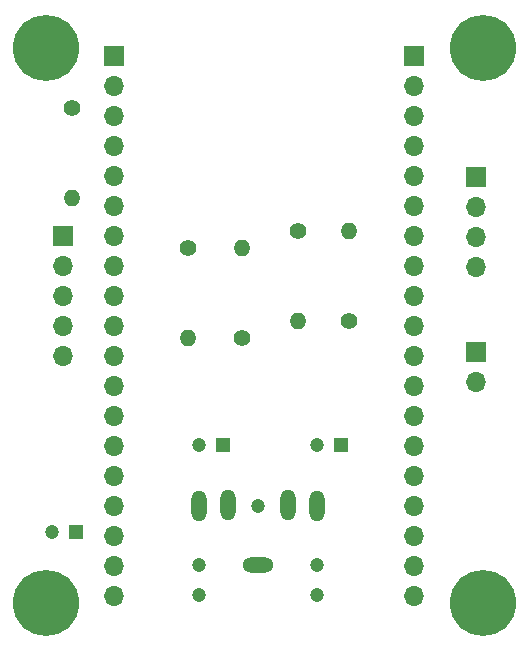
<source format=gbr>
%TF.GenerationSoftware,KiCad,Pcbnew,(6.0.5)*%
%TF.CreationDate,2022-06-24T16:50:19+02:00*%
%TF.ProjectId,ESP32Webradio_5,45535033-3257-4656-9272-6164696f5f35,rev?*%
%TF.SameCoordinates,Original*%
%TF.FileFunction,Soldermask,Bot*%
%TF.FilePolarity,Negative*%
%FSLAX46Y46*%
G04 Gerber Fmt 4.6, Leading zero omitted, Abs format (unit mm)*
G04 Created by KiCad (PCBNEW (6.0.5)) date 2022-06-24 16:50:19*
%MOMM*%
%LPD*%
G01*
G04 APERTURE LIST*
%ADD10C,5.600000*%
%ADD11R,1.700000X1.700000*%
%ADD12O,1.700000X1.700000*%
%ADD13C,1.400000*%
%ADD14O,1.400000X1.400000*%
%ADD15R,1.200000X1.200000*%
%ADD16C,1.200000*%
%ADD17O,2.616000X1.308000*%
%ADD18O,1.308000X2.616000*%
G04 APERTURE END LIST*
D10*
%TO.C,H3*%
X133500000Y-115000000D03*
%TD*%
%TO.C,H4*%
X133500000Y-68000000D03*
%TD*%
D11*
%TO.C,J1*%
X132969000Y-93726000D03*
D12*
X132969000Y-96266000D03*
%TD*%
D13*
%TO.C,R5*%
X117856000Y-83439000D03*
D14*
X117856000Y-91059000D03*
%TD*%
D13*
%TO.C,R2*%
X108578000Y-84930000D03*
D14*
X108578000Y-92550000D03*
%TD*%
D11*
%TO.C,U1*%
X102256006Y-68691506D03*
D12*
X102256006Y-71231506D03*
X102256006Y-73771506D03*
X102256006Y-76311506D03*
X102256006Y-78851506D03*
X102256006Y-81391506D03*
X102256006Y-83931506D03*
X102256006Y-86471506D03*
X102256006Y-89011506D03*
X102256006Y-91551506D03*
X102256006Y-94091506D03*
X102256006Y-96631506D03*
X102256006Y-99171506D03*
X102256006Y-101711506D03*
X102256006Y-104251506D03*
X102256006Y-106791506D03*
X102256006Y-109331506D03*
X102256006Y-111871506D03*
X102256006Y-114411506D03*
X127656006Y-114411506D03*
X127656006Y-111871506D03*
X127656006Y-109331506D03*
X127656006Y-106791506D03*
X127656006Y-104251506D03*
X127656006Y-101711506D03*
X127656006Y-99171506D03*
X127656006Y-96631506D03*
X127656006Y-94091506D03*
X127656006Y-91551506D03*
X127656006Y-89011506D03*
X127656006Y-86471506D03*
X127656006Y-83931506D03*
X127656006Y-81391506D03*
X127656006Y-78851506D03*
X127656006Y-76311506D03*
X127656006Y-73771506D03*
X127656006Y-71231506D03*
D11*
X127656006Y-68691506D03*
%TD*%
D13*
%TO.C,R3*%
X113150000Y-92550000D03*
D14*
X113150000Y-84930000D03*
%TD*%
D13*
%TO.C,R1*%
X98750000Y-73040000D03*
D14*
X98750000Y-80660000D03*
%TD*%
D10*
%TO.C,H1*%
X96500000Y-68000000D03*
%TD*%
D15*
%TO.C,C2*%
X121495600Y-101600000D03*
D16*
X119495600Y-101600000D03*
%TD*%
D10*
%TO.C,H2*%
X96500000Y-115000000D03*
%TD*%
D15*
%TO.C,C1*%
X111522600Y-101600000D03*
D16*
X109522600Y-101600000D03*
%TD*%
D11*
%TO.C,J3*%
X132969000Y-78867000D03*
D12*
X132969000Y-81407000D03*
X132969000Y-83947000D03*
X132969000Y-86487000D03*
%TD*%
D15*
%TO.C,C3*%
X99060000Y-108950000D03*
D16*
X97060000Y-108950000D03*
%TD*%
D13*
%TO.C,R4*%
X122174000Y-91059000D03*
D14*
X122174000Y-83439000D03*
%TD*%
D16*
%TO.C,J5*%
X109505500Y-111760000D03*
X119505500Y-114260000D03*
X119505500Y-111760000D03*
X114505500Y-106760000D03*
X109505500Y-114260000D03*
D17*
X114505500Y-111760000D03*
D18*
X117038395Y-106684611D03*
X119505500Y-106760000D03*
X111965500Y-106680000D03*
X109505500Y-106760000D03*
%TD*%
D11*
%TO.C,J2*%
X98000000Y-83925000D03*
D12*
X98000000Y-86465000D03*
X98000000Y-89005000D03*
X98000000Y-91545000D03*
X98000000Y-94085000D03*
%TD*%
M02*

</source>
